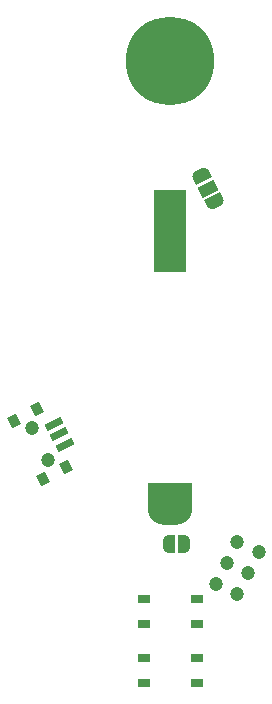
<source format=gbr>
%TF.GenerationSoftware,KiCad,Pcbnew,8.0.3*%
%TF.CreationDate,2024-06-16T19:36:31+02:00*%
%TF.ProjectId,jewelled_lc1,6a657765-6c6c-4656-945f-6c63312e6b69,rev?*%
%TF.SameCoordinates,Original*%
%TF.FileFunction,Soldermask,Bot*%
%TF.FilePolarity,Negative*%
%FSLAX45Y45*%
G04 Gerber Fmt 4.5, Leading zero omitted, Abs format (unit mm)*
G04 Created by KiCad (PCBNEW 8.0.3) date 2024-06-16 19:36:31*
%MOMM*%
%LPD*%
G01*
G04 APERTURE LIST*
G04 Aperture macros list*
%AMRotRect*
0 Rectangle, with rotation*
0 The origin of the aperture is its center*
0 $1 length*
0 $2 width*
0 $3 Rotation angle, in degrees counterclockwise*
0 Add horizontal line*
21,1,$1,$2,0,0,$3*%
%AMFreePoly0*
4,1,19,0.550000,-0.750000,0.000000,-0.750000,0.000000,-0.744911,-0.071158,-0.744911,-0.207708,-0.704816,-0.327430,-0.627875,-0.420627,-0.520320,-0.479746,-0.390866,-0.500000,-0.250000,-0.500000,0.250000,-0.479746,0.390866,-0.420627,0.520320,-0.327430,0.627875,-0.207708,0.704816,-0.071157,0.744911,0.000000,0.744911,0.000000,0.750000,0.550000,0.750000,0.550000,-0.750000,0.550000,-0.750000,
$1*%
%AMFreePoly1*
4,1,19,0.000000,0.744911,0.071158,0.744911,0.207708,0.704816,0.327430,0.627875,0.420627,0.520320,0.479746,0.390866,0.500000,0.250000,0.500000,-0.250000,0.479746,-0.390866,0.420627,-0.520320,0.327430,-0.627875,0.207708,-0.704816,0.071157,-0.744911,0.000000,-0.744911,0.000000,-0.750000,-0.550000,-0.750000,-0.550000,0.750000,0.000000,0.750000,0.000000,0.744911,0.000000,0.744911,
$1*%
%AMFreePoly2*
4,1,25,-1.750000,1.900000,0.350000,1.900000,0.498310,1.892122,0.731447,1.847033,0.953609,1.763193,1.158408,1.643012,1.339949,1.489949,1.493012,1.308408,1.613193,1.103609,1.697033,0.881447,1.742122,0.648310,1.750000,0.500000,1.750000,-0.500000,1.742122,-0.648310,1.697033,-0.881447,1.613193,-1.103609,1.493012,-1.308408,1.339949,-1.489949,1.158408,-1.643012,0.953609,-1.763193,
0.731447,-1.847033,0.498310,-1.892122,0.350000,-1.900000,-1.750000,-1.900000,-1.750000,1.900000,-1.750000,1.900000,$1*%
%AMFreePoly3*
4,1,19,0.500000,-0.750000,0.000000,-0.750000,0.000000,-0.744911,-0.071157,-0.744911,-0.207708,-0.704816,-0.327430,-0.627875,-0.420627,-0.520320,-0.479746,-0.390866,-0.500000,-0.250000,-0.500000,0.250000,-0.479746,0.390866,-0.420627,0.520320,-0.327430,0.627875,-0.207708,0.704816,-0.071157,0.744911,0.000000,0.744911,0.000000,0.750000,0.500000,0.750000,0.500000,-0.750000,0.500000,-0.750000,
$1*%
%AMFreePoly4*
4,1,19,0.000000,0.744911,0.071157,0.744911,0.207708,0.704816,0.327430,0.627875,0.420627,0.520320,0.479746,0.390866,0.500000,0.250000,0.500000,-0.250000,0.479746,-0.390866,0.420627,-0.520320,0.327430,-0.627875,0.207708,-0.704816,0.071157,-0.744911,0.000000,-0.744911,0.000000,-0.750000,-0.500000,-0.750000,-0.500000,0.750000,0.000000,0.750000,0.000000,0.744911,0.000000,0.744911,
$1*%
G04 Aperture macros list end*
%ADD10C,4.700000*%
%ADD11C,7.500000*%
%ADD12FreePoly0,296.600000*%
%ADD13RotRect,1.000000X1.500000X296.600000*%
%ADD14FreePoly1,296.600000*%
%ADD15C,1.200000*%
%ADD16RotRect,0.600000X1.500000X116.600000*%
%ADD17RotRect,1.000000X0.800000X116.600000*%
%ADD18R,1.000000X0.700000*%
%ADD19FreePoly2,270.000000*%
%ADD20R,2.800000X7.000000*%
%ADD21FreePoly3,0.000000*%
%ADD22FreePoly4,0.000000*%
G04 APERTURE END LIST*
D10*
%TO.C,H1*%
X14700000Y-7450000D03*
D11*
X14700000Y-7450000D03*
%TD*%
D12*
%TO.C,JP2*%
X14961791Y-8411260D03*
D13*
X15020000Y-8527500D03*
D14*
X15078209Y-8643740D03*
%TD*%
D15*
%TO.C,SW3*%
X13667164Y-10824123D03*
X13532836Y-10555877D03*
D16*
X13805724Y-10698819D03*
X13760948Y-10609403D03*
X13716172Y-10519988D03*
D17*
X13624777Y-10985146D03*
X13821491Y-10886639D03*
X13378509Y-10493361D03*
X13575223Y-10394854D03*
%TD*%
D18*
%TO.C,SW2*%
X14480000Y-12215000D03*
X14930000Y-12215000D03*
X14480000Y-12005000D03*
X14930000Y-12005000D03*
%TD*%
D15*
%TO.C,J1*%
X15448967Y-11605945D03*
X15270136Y-11516393D03*
X15359415Y-11784776D03*
X15180585Y-11695224D03*
X15269864Y-11963607D03*
X15091033Y-11874055D03*
%TD*%
D19*
%TO.C,BT1*%
X14702500Y-11202500D03*
D20*
X14702500Y-8887500D03*
%TD*%
D21*
%TO.C,JP1*%
X14690000Y-11535000D03*
D22*
X14820000Y-11535000D03*
%TD*%
D18*
%TO.C,SW1*%
X14925000Y-12505000D03*
X14475000Y-12505000D03*
X14925000Y-12715000D03*
X14475000Y-12715000D03*
%TD*%
M02*

</source>
